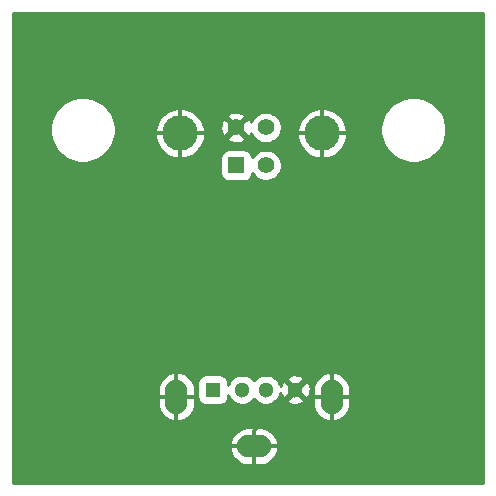
<source format=gbr>
G04 #@! TF.GenerationSoftware,KiCad,Pcbnew,(5.1.4)-1*
G04 #@! TF.CreationDate,2021-04-10T18:28:28-07:00*
G04 #@! TF.ProjectId,front-panel,66726f6e-742d-4706-916e-656c2e6b6963,rev?*
G04 #@! TF.SameCoordinates,Original*
G04 #@! TF.FileFunction,Copper,L2,Bot*
G04 #@! TF.FilePolarity,Positive*
%FSLAX46Y46*%
G04 Gerber Fmt 4.6, Leading zero omitted, Abs format (unit mm)*
G04 Created by KiCad (PCBNEW (5.1.4)-1) date 2021-04-10 18:28:28*
%MOMM*%
%LPD*%
G04 APERTURE LIST*
%ADD10O,2.900000X1.900000*%
%ADD11O,1.900000X2.900000*%
%ADD12C,1.300000*%
%ADD13R,1.300000X1.300000*%
%ADD14C,1.400000*%
%ADD15C,3.000000*%
%ADD16R,1.400000X1.400000*%
%ADD17C,0.375000*%
%ADD18C,0.254000*%
G04 APERTURE END LIST*
D10*
X100500000Y-106780000D03*
D11*
X107070000Y-102600000D03*
X93930000Y-102600000D03*
D12*
X104000000Y-102000000D03*
X101500000Y-102000000D03*
X99500000Y-102000000D03*
D13*
X97000000Y-102000000D03*
D14*
X101500000Y-83000000D03*
D15*
X106270000Y-80290000D03*
D16*
X99000000Y-83000000D03*
D14*
X101500000Y-79800000D03*
X99000000Y-79800000D03*
D15*
X94230000Y-80290000D03*
D17*
X106270000Y-80290000D02*
X106270000Y-82730000D01*
X106270000Y-80290000D02*
X108710000Y-80290000D01*
X106270000Y-78168680D02*
X106000000Y-77898680D01*
X106270000Y-80290000D02*
X106270000Y-78168680D01*
X104148680Y-80290000D02*
X104000000Y-80141320D01*
X106270000Y-80290000D02*
X104148680Y-80290000D01*
X94230000Y-80290000D02*
X94230000Y-82770000D01*
X92108680Y-80290000D02*
X92000000Y-80181320D01*
X94230000Y-80290000D02*
X92108680Y-80290000D01*
X94230000Y-78168680D02*
X94061320Y-78000000D01*
X94230000Y-80290000D02*
X94230000Y-78168680D01*
X94230000Y-80290000D02*
X96710000Y-80290000D01*
X107070000Y-102600000D02*
X109600000Y-102600000D01*
X107070000Y-100775000D02*
X107000000Y-100705000D01*
X107070000Y-102600000D02*
X107070000Y-100775000D01*
X107070000Y-102600000D02*
X105400000Y-102600000D01*
X107070000Y-102600000D02*
X107070000Y-105930000D01*
X100500000Y-106780000D02*
X102780000Y-106780000D01*
X100500000Y-106780000D02*
X100500000Y-108500000D01*
X100500000Y-106780000D02*
X97220000Y-106780000D01*
X100500000Y-105455000D02*
X101000000Y-104955000D01*
X100500000Y-106780000D02*
X100500000Y-105455000D01*
X93930000Y-102600000D02*
X93930000Y-105930000D01*
X93930000Y-102600000D02*
X95600000Y-102600000D01*
X93930000Y-102600000D02*
X93930000Y-100070000D01*
X93930000Y-102600000D02*
X91400000Y-102600000D01*
D18*
G36*
X119873000Y-109873000D02*
G01*
X80127000Y-109873000D01*
X80127000Y-106780000D01*
X98407331Y-106780000D01*
X98437934Y-107090714D01*
X98528566Y-107389488D01*
X98675744Y-107664839D01*
X98873813Y-107906187D01*
X99115161Y-108104256D01*
X99390512Y-108251434D01*
X99689286Y-108342066D01*
X99922136Y-108365000D01*
X101077864Y-108365000D01*
X101310714Y-108342066D01*
X101609488Y-108251434D01*
X101884839Y-108104256D01*
X102126187Y-107906187D01*
X102324256Y-107664839D01*
X102471434Y-107389488D01*
X102562066Y-107090714D01*
X102592669Y-106780000D01*
X102562066Y-106469286D01*
X102471434Y-106170512D01*
X102324256Y-105895161D01*
X102126187Y-105653813D01*
X101884839Y-105455744D01*
X101609488Y-105308566D01*
X101310714Y-105217934D01*
X101077864Y-105195000D01*
X99922136Y-105195000D01*
X99689286Y-105217934D01*
X99390512Y-105308566D01*
X99115161Y-105455744D01*
X98873813Y-105653813D01*
X98675744Y-105895161D01*
X98528566Y-106170512D01*
X98437934Y-106469286D01*
X98407331Y-106780000D01*
X80127000Y-106780000D01*
X80127000Y-102022136D01*
X92345000Y-102022136D01*
X92345000Y-103177863D01*
X92367934Y-103410713D01*
X92458566Y-103709487D01*
X92605744Y-103984838D01*
X92803813Y-104226187D01*
X93045161Y-104424256D01*
X93320512Y-104571434D01*
X93619286Y-104662066D01*
X93930000Y-104692669D01*
X94240713Y-104662066D01*
X94539487Y-104571434D01*
X94814838Y-104424256D01*
X95056187Y-104226187D01*
X95254256Y-103984839D01*
X95401434Y-103709488D01*
X95492066Y-103410714D01*
X95515000Y-103177864D01*
X95515000Y-102022136D01*
X95492066Y-101789286D01*
X95401434Y-101490512D01*
X95326329Y-101350000D01*
X95711928Y-101350000D01*
X95711928Y-102650000D01*
X95724188Y-102774482D01*
X95760498Y-102894180D01*
X95819463Y-103004494D01*
X95898815Y-103101185D01*
X95995506Y-103180537D01*
X96105820Y-103239502D01*
X96225518Y-103275812D01*
X96350000Y-103288072D01*
X97650000Y-103288072D01*
X97774482Y-103275812D01*
X97894180Y-103239502D01*
X98004494Y-103180537D01*
X98101185Y-103101185D01*
X98180537Y-103004494D01*
X98239502Y-102894180D01*
X98275812Y-102774482D01*
X98288072Y-102650000D01*
X98288072Y-102432016D01*
X98361247Y-102608676D01*
X98501875Y-102819140D01*
X98680860Y-102998125D01*
X98891324Y-103138753D01*
X99125179Y-103235619D01*
X99373439Y-103285000D01*
X99626561Y-103285000D01*
X99874821Y-103235619D01*
X100108676Y-103138753D01*
X100319140Y-102998125D01*
X100498125Y-102819140D01*
X100500000Y-102816334D01*
X100501875Y-102819140D01*
X100680860Y-102998125D01*
X100891324Y-103138753D01*
X101125179Y-103235619D01*
X101373439Y-103285000D01*
X101626561Y-103285000D01*
X101874821Y-103235619D01*
X102108676Y-103138753D01*
X102319140Y-102998125D01*
X102431738Y-102885527D01*
X103294078Y-102885527D01*
X103347466Y-103114201D01*
X103577374Y-103220095D01*
X103823524Y-103279102D01*
X104076455Y-103288952D01*
X104326449Y-103249270D01*
X104563896Y-103161578D01*
X104652534Y-103114201D01*
X104705922Y-102885527D01*
X104000000Y-102179605D01*
X103294078Y-102885527D01*
X102431738Y-102885527D01*
X102498125Y-102819140D01*
X102638753Y-102608676D01*
X102735619Y-102374821D01*
X102748294Y-102311100D01*
X102750730Y-102326449D01*
X102838422Y-102563896D01*
X102885799Y-102652534D01*
X103114473Y-102705922D01*
X103820395Y-102000000D01*
X104179605Y-102000000D01*
X104885527Y-102705922D01*
X105114201Y-102652534D01*
X105220095Y-102422626D01*
X105279102Y-102176476D01*
X105285112Y-102022137D01*
X105485000Y-102022137D01*
X105485000Y-103177864D01*
X105507934Y-103410714D01*
X105598566Y-103709488D01*
X105745744Y-103984839D01*
X105943814Y-104226187D01*
X106185162Y-104424256D01*
X106460513Y-104571434D01*
X106759287Y-104662066D01*
X107070000Y-104692669D01*
X107380714Y-104662066D01*
X107679488Y-104571434D01*
X107954839Y-104424256D01*
X108196187Y-104226187D01*
X108394256Y-103984839D01*
X108541434Y-103709488D01*
X108632066Y-103410714D01*
X108655000Y-103177864D01*
X108655000Y-102022136D01*
X108632066Y-101789286D01*
X108541434Y-101490512D01*
X108394256Y-101215161D01*
X108196187Y-100973813D01*
X107954838Y-100775744D01*
X107679487Y-100628566D01*
X107380713Y-100537934D01*
X107070000Y-100507331D01*
X106759286Y-100537934D01*
X106460512Y-100628566D01*
X106185161Y-100775744D01*
X105943813Y-100973813D01*
X105745744Y-101215162D01*
X105598566Y-101490513D01*
X105507934Y-101789287D01*
X105485000Y-102022137D01*
X105285112Y-102022137D01*
X105288952Y-101923545D01*
X105249270Y-101673551D01*
X105161578Y-101436104D01*
X105114201Y-101347466D01*
X104885527Y-101294078D01*
X104179605Y-102000000D01*
X103820395Y-102000000D01*
X103114473Y-101294078D01*
X102885799Y-101347466D01*
X102779905Y-101577374D01*
X102750505Y-101700017D01*
X102735619Y-101625179D01*
X102638753Y-101391324D01*
X102498125Y-101180860D01*
X102431738Y-101114473D01*
X103294078Y-101114473D01*
X104000000Y-101820395D01*
X104705922Y-101114473D01*
X104652534Y-100885799D01*
X104422626Y-100779905D01*
X104176476Y-100720898D01*
X103923545Y-100711048D01*
X103673551Y-100750730D01*
X103436104Y-100838422D01*
X103347466Y-100885799D01*
X103294078Y-101114473D01*
X102431738Y-101114473D01*
X102319140Y-101001875D01*
X102108676Y-100861247D01*
X101874821Y-100764381D01*
X101626561Y-100715000D01*
X101373439Y-100715000D01*
X101125179Y-100764381D01*
X100891324Y-100861247D01*
X100680860Y-101001875D01*
X100501875Y-101180860D01*
X100500000Y-101183666D01*
X100498125Y-101180860D01*
X100319140Y-101001875D01*
X100108676Y-100861247D01*
X99874821Y-100764381D01*
X99626561Y-100715000D01*
X99373439Y-100715000D01*
X99125179Y-100764381D01*
X98891324Y-100861247D01*
X98680860Y-101001875D01*
X98501875Y-101180860D01*
X98361247Y-101391324D01*
X98288072Y-101567984D01*
X98288072Y-101350000D01*
X98275812Y-101225518D01*
X98239502Y-101105820D01*
X98180537Y-100995506D01*
X98101185Y-100898815D01*
X98004494Y-100819463D01*
X97894180Y-100760498D01*
X97774482Y-100724188D01*
X97650000Y-100711928D01*
X96350000Y-100711928D01*
X96225518Y-100724188D01*
X96105820Y-100760498D01*
X95995506Y-100819463D01*
X95898815Y-100898815D01*
X95819463Y-100995506D01*
X95760498Y-101105820D01*
X95724188Y-101225518D01*
X95711928Y-101350000D01*
X95326329Y-101350000D01*
X95254256Y-101215161D01*
X95056187Y-100973813D01*
X94814839Y-100775744D01*
X94539488Y-100628566D01*
X94240714Y-100537934D01*
X93930000Y-100507331D01*
X93619287Y-100537934D01*
X93320513Y-100628566D01*
X93045162Y-100775744D01*
X92803814Y-100973813D01*
X92605744Y-101215161D01*
X92458566Y-101490512D01*
X92367934Y-101789286D01*
X92345000Y-102022136D01*
X80127000Y-102022136D01*
X80127000Y-79725701D01*
X83215000Y-79725701D01*
X83215000Y-80274299D01*
X83322026Y-80812354D01*
X83531965Y-81319192D01*
X83836750Y-81775334D01*
X84224666Y-82163250D01*
X84680808Y-82468035D01*
X85187646Y-82677974D01*
X85725701Y-82785000D01*
X86274299Y-82785000D01*
X86812354Y-82677974D01*
X87319192Y-82468035D01*
X87775334Y-82163250D01*
X88163250Y-81775334D01*
X88468035Y-81319192D01*
X88677974Y-80812354D01*
X88785000Y-80274299D01*
X88785000Y-80079721D01*
X92095000Y-80079721D01*
X92095000Y-80500279D01*
X92177047Y-80912756D01*
X92337988Y-81301302D01*
X92571637Y-81650983D01*
X92869017Y-81948363D01*
X93218698Y-82182012D01*
X93607244Y-82342953D01*
X94019721Y-82425000D01*
X94440279Y-82425000D01*
X94852756Y-82342953D01*
X94956453Y-82300000D01*
X97661928Y-82300000D01*
X97661928Y-83700000D01*
X97674188Y-83824482D01*
X97710498Y-83944180D01*
X97769463Y-84054494D01*
X97848815Y-84151185D01*
X97945506Y-84230537D01*
X98055820Y-84289502D01*
X98175518Y-84325812D01*
X98300000Y-84338072D01*
X99700000Y-84338072D01*
X99824482Y-84325812D01*
X99944180Y-84289502D01*
X100054494Y-84230537D01*
X100151185Y-84151185D01*
X100230537Y-84054494D01*
X100289502Y-83944180D01*
X100325812Y-83824482D01*
X100338072Y-83700000D01*
X100338072Y-83663987D01*
X100463038Y-83851013D01*
X100648987Y-84036962D01*
X100867641Y-84183061D01*
X101110595Y-84283696D01*
X101368514Y-84335000D01*
X101631486Y-84335000D01*
X101889405Y-84283696D01*
X102132359Y-84183061D01*
X102351013Y-84036962D01*
X102536962Y-83851013D01*
X102683061Y-83632359D01*
X102783696Y-83389405D01*
X102835000Y-83131486D01*
X102835000Y-82868514D01*
X102783696Y-82610595D01*
X102683061Y-82367641D01*
X102536962Y-82148987D01*
X102351013Y-81963038D01*
X102132359Y-81816939D01*
X101889405Y-81716304D01*
X101631486Y-81665000D01*
X101368514Y-81665000D01*
X101110595Y-81716304D01*
X100867641Y-81816939D01*
X100648987Y-81963038D01*
X100463038Y-82148987D01*
X100338072Y-82336013D01*
X100338072Y-82300000D01*
X100325812Y-82175518D01*
X100289502Y-82055820D01*
X100230537Y-81945506D01*
X100151185Y-81848815D01*
X100054494Y-81769463D01*
X99944180Y-81710498D01*
X99824482Y-81674188D01*
X99700000Y-81661928D01*
X98300000Y-81661928D01*
X98175518Y-81674188D01*
X98055820Y-81710498D01*
X97945506Y-81769463D01*
X97848815Y-81848815D01*
X97769463Y-81945506D01*
X97710498Y-82055820D01*
X97674188Y-82175518D01*
X97661928Y-82300000D01*
X94956453Y-82300000D01*
X95241302Y-82182012D01*
X95590983Y-81948363D01*
X95888363Y-81650983D01*
X96122012Y-81301302D01*
X96282953Y-80912756D01*
X96321042Y-80721269D01*
X98258336Y-80721269D01*
X98317797Y-80955037D01*
X98556242Y-81065934D01*
X98811740Y-81128183D01*
X99074473Y-81139390D01*
X99334344Y-81099125D01*
X99581366Y-81008935D01*
X99682203Y-80955037D01*
X99741664Y-80721269D01*
X99000000Y-79979605D01*
X98258336Y-80721269D01*
X96321042Y-80721269D01*
X96365000Y-80500279D01*
X96365000Y-80079721D01*
X96324174Y-79874473D01*
X97660610Y-79874473D01*
X97700875Y-80134344D01*
X97791065Y-80381366D01*
X97844963Y-80482203D01*
X98078731Y-80541664D01*
X98820395Y-79800000D01*
X99179605Y-79800000D01*
X99921269Y-80541664D01*
X100155037Y-80482203D01*
X100251592Y-80274596D01*
X100316939Y-80432359D01*
X100463038Y-80651013D01*
X100648987Y-80836962D01*
X100867641Y-80983061D01*
X101110595Y-81083696D01*
X101368514Y-81135000D01*
X101631486Y-81135000D01*
X101889405Y-81083696D01*
X102132359Y-80983061D01*
X102351013Y-80836962D01*
X102536962Y-80651013D01*
X102683061Y-80432359D01*
X102783696Y-80189405D01*
X102805513Y-80079721D01*
X104135000Y-80079721D01*
X104135000Y-80500279D01*
X104217047Y-80912756D01*
X104377988Y-81301302D01*
X104611637Y-81650983D01*
X104909017Y-81948363D01*
X105258698Y-82182012D01*
X105647244Y-82342953D01*
X106059721Y-82425000D01*
X106480279Y-82425000D01*
X106892756Y-82342953D01*
X107281302Y-82182012D01*
X107630983Y-81948363D01*
X107928363Y-81650983D01*
X108162012Y-81301302D01*
X108322953Y-80912756D01*
X108405000Y-80500279D01*
X108405000Y-80079721D01*
X108334581Y-79725701D01*
X111215000Y-79725701D01*
X111215000Y-80274299D01*
X111322026Y-80812354D01*
X111531965Y-81319192D01*
X111836750Y-81775334D01*
X112224666Y-82163250D01*
X112680808Y-82468035D01*
X113187646Y-82677974D01*
X113725701Y-82785000D01*
X114274299Y-82785000D01*
X114812354Y-82677974D01*
X115319192Y-82468035D01*
X115775334Y-82163250D01*
X116163250Y-81775334D01*
X116468035Y-81319192D01*
X116677974Y-80812354D01*
X116785000Y-80274299D01*
X116785000Y-79725701D01*
X116677974Y-79187646D01*
X116468035Y-78680808D01*
X116163250Y-78224666D01*
X115775334Y-77836750D01*
X115319192Y-77531965D01*
X114812354Y-77322026D01*
X114274299Y-77215000D01*
X113725701Y-77215000D01*
X113187646Y-77322026D01*
X112680808Y-77531965D01*
X112224666Y-77836750D01*
X111836750Y-78224666D01*
X111531965Y-78680808D01*
X111322026Y-79187646D01*
X111215000Y-79725701D01*
X108334581Y-79725701D01*
X108322953Y-79667244D01*
X108162012Y-79278698D01*
X107928363Y-78929017D01*
X107630983Y-78631637D01*
X107281302Y-78397988D01*
X106892756Y-78237047D01*
X106480279Y-78155000D01*
X106059721Y-78155000D01*
X105647244Y-78237047D01*
X105258698Y-78397988D01*
X104909017Y-78631637D01*
X104611637Y-78929017D01*
X104377988Y-79278698D01*
X104217047Y-79667244D01*
X104135000Y-80079721D01*
X102805513Y-80079721D01*
X102835000Y-79931486D01*
X102835000Y-79668514D01*
X102783696Y-79410595D01*
X102683061Y-79167641D01*
X102536962Y-78948987D01*
X102351013Y-78763038D01*
X102132359Y-78616939D01*
X101889405Y-78516304D01*
X101631486Y-78465000D01*
X101368514Y-78465000D01*
X101110595Y-78516304D01*
X100867641Y-78616939D01*
X100648987Y-78763038D01*
X100463038Y-78948987D01*
X100316939Y-79167641D01*
X100249639Y-79330118D01*
X100208935Y-79218634D01*
X100155037Y-79117797D01*
X99921269Y-79058336D01*
X99179605Y-79800000D01*
X98820395Y-79800000D01*
X98078731Y-79058336D01*
X97844963Y-79117797D01*
X97734066Y-79356242D01*
X97671817Y-79611740D01*
X97660610Y-79874473D01*
X96324174Y-79874473D01*
X96282953Y-79667244D01*
X96122012Y-79278698D01*
X95888363Y-78929017D01*
X95838077Y-78878731D01*
X98258336Y-78878731D01*
X99000000Y-79620395D01*
X99741664Y-78878731D01*
X99682203Y-78644963D01*
X99443758Y-78534066D01*
X99188260Y-78471817D01*
X98925527Y-78460610D01*
X98665656Y-78500875D01*
X98418634Y-78591065D01*
X98317797Y-78644963D01*
X98258336Y-78878731D01*
X95838077Y-78878731D01*
X95590983Y-78631637D01*
X95241302Y-78397988D01*
X94852756Y-78237047D01*
X94440279Y-78155000D01*
X94019721Y-78155000D01*
X93607244Y-78237047D01*
X93218698Y-78397988D01*
X92869017Y-78631637D01*
X92571637Y-78929017D01*
X92337988Y-79278698D01*
X92177047Y-79667244D01*
X92095000Y-80079721D01*
X88785000Y-80079721D01*
X88785000Y-79725701D01*
X88677974Y-79187646D01*
X88468035Y-78680808D01*
X88163250Y-78224666D01*
X87775334Y-77836750D01*
X87319192Y-77531965D01*
X86812354Y-77322026D01*
X86274299Y-77215000D01*
X85725701Y-77215000D01*
X85187646Y-77322026D01*
X84680808Y-77531965D01*
X84224666Y-77836750D01*
X83836750Y-78224666D01*
X83531965Y-78680808D01*
X83322026Y-79187646D01*
X83215000Y-79725701D01*
X80127000Y-79725701D01*
X80127000Y-70127000D01*
X119873000Y-70127000D01*
X119873000Y-109873000D01*
X119873000Y-109873000D01*
G37*
X119873000Y-109873000D02*
X80127000Y-109873000D01*
X80127000Y-106780000D01*
X98407331Y-106780000D01*
X98437934Y-107090714D01*
X98528566Y-107389488D01*
X98675744Y-107664839D01*
X98873813Y-107906187D01*
X99115161Y-108104256D01*
X99390512Y-108251434D01*
X99689286Y-108342066D01*
X99922136Y-108365000D01*
X101077864Y-108365000D01*
X101310714Y-108342066D01*
X101609488Y-108251434D01*
X101884839Y-108104256D01*
X102126187Y-107906187D01*
X102324256Y-107664839D01*
X102471434Y-107389488D01*
X102562066Y-107090714D01*
X102592669Y-106780000D01*
X102562066Y-106469286D01*
X102471434Y-106170512D01*
X102324256Y-105895161D01*
X102126187Y-105653813D01*
X101884839Y-105455744D01*
X101609488Y-105308566D01*
X101310714Y-105217934D01*
X101077864Y-105195000D01*
X99922136Y-105195000D01*
X99689286Y-105217934D01*
X99390512Y-105308566D01*
X99115161Y-105455744D01*
X98873813Y-105653813D01*
X98675744Y-105895161D01*
X98528566Y-106170512D01*
X98437934Y-106469286D01*
X98407331Y-106780000D01*
X80127000Y-106780000D01*
X80127000Y-102022136D01*
X92345000Y-102022136D01*
X92345000Y-103177863D01*
X92367934Y-103410713D01*
X92458566Y-103709487D01*
X92605744Y-103984838D01*
X92803813Y-104226187D01*
X93045161Y-104424256D01*
X93320512Y-104571434D01*
X93619286Y-104662066D01*
X93930000Y-104692669D01*
X94240713Y-104662066D01*
X94539487Y-104571434D01*
X94814838Y-104424256D01*
X95056187Y-104226187D01*
X95254256Y-103984839D01*
X95401434Y-103709488D01*
X95492066Y-103410714D01*
X95515000Y-103177864D01*
X95515000Y-102022136D01*
X95492066Y-101789286D01*
X95401434Y-101490512D01*
X95326329Y-101350000D01*
X95711928Y-101350000D01*
X95711928Y-102650000D01*
X95724188Y-102774482D01*
X95760498Y-102894180D01*
X95819463Y-103004494D01*
X95898815Y-103101185D01*
X95995506Y-103180537D01*
X96105820Y-103239502D01*
X96225518Y-103275812D01*
X96350000Y-103288072D01*
X97650000Y-103288072D01*
X97774482Y-103275812D01*
X97894180Y-103239502D01*
X98004494Y-103180537D01*
X98101185Y-103101185D01*
X98180537Y-103004494D01*
X98239502Y-102894180D01*
X98275812Y-102774482D01*
X98288072Y-102650000D01*
X98288072Y-102432016D01*
X98361247Y-102608676D01*
X98501875Y-102819140D01*
X98680860Y-102998125D01*
X98891324Y-103138753D01*
X99125179Y-103235619D01*
X99373439Y-103285000D01*
X99626561Y-103285000D01*
X99874821Y-103235619D01*
X100108676Y-103138753D01*
X100319140Y-102998125D01*
X100498125Y-102819140D01*
X100500000Y-102816334D01*
X100501875Y-102819140D01*
X100680860Y-102998125D01*
X100891324Y-103138753D01*
X101125179Y-103235619D01*
X101373439Y-103285000D01*
X101626561Y-103285000D01*
X101874821Y-103235619D01*
X102108676Y-103138753D01*
X102319140Y-102998125D01*
X102431738Y-102885527D01*
X103294078Y-102885527D01*
X103347466Y-103114201D01*
X103577374Y-103220095D01*
X103823524Y-103279102D01*
X104076455Y-103288952D01*
X104326449Y-103249270D01*
X104563896Y-103161578D01*
X104652534Y-103114201D01*
X104705922Y-102885527D01*
X104000000Y-102179605D01*
X103294078Y-102885527D01*
X102431738Y-102885527D01*
X102498125Y-102819140D01*
X102638753Y-102608676D01*
X102735619Y-102374821D01*
X102748294Y-102311100D01*
X102750730Y-102326449D01*
X102838422Y-102563896D01*
X102885799Y-102652534D01*
X103114473Y-102705922D01*
X103820395Y-102000000D01*
X104179605Y-102000000D01*
X104885527Y-102705922D01*
X105114201Y-102652534D01*
X105220095Y-102422626D01*
X105279102Y-102176476D01*
X105285112Y-102022137D01*
X105485000Y-102022137D01*
X105485000Y-103177864D01*
X105507934Y-103410714D01*
X105598566Y-103709488D01*
X105745744Y-103984839D01*
X105943814Y-104226187D01*
X106185162Y-104424256D01*
X106460513Y-104571434D01*
X106759287Y-104662066D01*
X107070000Y-104692669D01*
X107380714Y-104662066D01*
X107679488Y-104571434D01*
X107954839Y-104424256D01*
X108196187Y-104226187D01*
X108394256Y-103984839D01*
X108541434Y-103709488D01*
X108632066Y-103410714D01*
X108655000Y-103177864D01*
X108655000Y-102022136D01*
X108632066Y-101789286D01*
X108541434Y-101490512D01*
X108394256Y-101215161D01*
X108196187Y-100973813D01*
X107954838Y-100775744D01*
X107679487Y-100628566D01*
X107380713Y-100537934D01*
X107070000Y-100507331D01*
X106759286Y-100537934D01*
X106460512Y-100628566D01*
X106185161Y-100775744D01*
X105943813Y-100973813D01*
X105745744Y-101215162D01*
X105598566Y-101490513D01*
X105507934Y-101789287D01*
X105485000Y-102022137D01*
X105285112Y-102022137D01*
X105288952Y-101923545D01*
X105249270Y-101673551D01*
X105161578Y-101436104D01*
X105114201Y-101347466D01*
X104885527Y-101294078D01*
X104179605Y-102000000D01*
X103820395Y-102000000D01*
X103114473Y-101294078D01*
X102885799Y-101347466D01*
X102779905Y-101577374D01*
X102750505Y-101700017D01*
X102735619Y-101625179D01*
X102638753Y-101391324D01*
X102498125Y-101180860D01*
X102431738Y-101114473D01*
X103294078Y-101114473D01*
X104000000Y-101820395D01*
X104705922Y-101114473D01*
X104652534Y-100885799D01*
X104422626Y-100779905D01*
X104176476Y-100720898D01*
X103923545Y-100711048D01*
X103673551Y-100750730D01*
X103436104Y-100838422D01*
X103347466Y-100885799D01*
X103294078Y-101114473D01*
X102431738Y-101114473D01*
X102319140Y-101001875D01*
X102108676Y-100861247D01*
X101874821Y-100764381D01*
X101626561Y-100715000D01*
X101373439Y-100715000D01*
X101125179Y-100764381D01*
X100891324Y-100861247D01*
X100680860Y-101001875D01*
X100501875Y-101180860D01*
X100500000Y-101183666D01*
X100498125Y-101180860D01*
X100319140Y-101001875D01*
X100108676Y-100861247D01*
X99874821Y-100764381D01*
X99626561Y-100715000D01*
X99373439Y-100715000D01*
X99125179Y-100764381D01*
X98891324Y-100861247D01*
X98680860Y-101001875D01*
X98501875Y-101180860D01*
X98361247Y-101391324D01*
X98288072Y-101567984D01*
X98288072Y-101350000D01*
X98275812Y-101225518D01*
X98239502Y-101105820D01*
X98180537Y-100995506D01*
X98101185Y-100898815D01*
X98004494Y-100819463D01*
X97894180Y-100760498D01*
X97774482Y-100724188D01*
X97650000Y-100711928D01*
X96350000Y-100711928D01*
X96225518Y-100724188D01*
X96105820Y-100760498D01*
X95995506Y-100819463D01*
X95898815Y-100898815D01*
X95819463Y-100995506D01*
X95760498Y-101105820D01*
X95724188Y-101225518D01*
X95711928Y-101350000D01*
X95326329Y-101350000D01*
X95254256Y-101215161D01*
X95056187Y-100973813D01*
X94814839Y-100775744D01*
X94539488Y-100628566D01*
X94240714Y-100537934D01*
X93930000Y-100507331D01*
X93619287Y-100537934D01*
X93320513Y-100628566D01*
X93045162Y-100775744D01*
X92803814Y-100973813D01*
X92605744Y-101215161D01*
X92458566Y-101490512D01*
X92367934Y-101789286D01*
X92345000Y-102022136D01*
X80127000Y-102022136D01*
X80127000Y-79725701D01*
X83215000Y-79725701D01*
X83215000Y-80274299D01*
X83322026Y-80812354D01*
X83531965Y-81319192D01*
X83836750Y-81775334D01*
X84224666Y-82163250D01*
X84680808Y-82468035D01*
X85187646Y-82677974D01*
X85725701Y-82785000D01*
X86274299Y-82785000D01*
X86812354Y-82677974D01*
X87319192Y-82468035D01*
X87775334Y-82163250D01*
X88163250Y-81775334D01*
X88468035Y-81319192D01*
X88677974Y-80812354D01*
X88785000Y-80274299D01*
X88785000Y-80079721D01*
X92095000Y-80079721D01*
X92095000Y-80500279D01*
X92177047Y-80912756D01*
X92337988Y-81301302D01*
X92571637Y-81650983D01*
X92869017Y-81948363D01*
X93218698Y-82182012D01*
X93607244Y-82342953D01*
X94019721Y-82425000D01*
X94440279Y-82425000D01*
X94852756Y-82342953D01*
X94956453Y-82300000D01*
X97661928Y-82300000D01*
X97661928Y-83700000D01*
X97674188Y-83824482D01*
X97710498Y-83944180D01*
X97769463Y-84054494D01*
X97848815Y-84151185D01*
X97945506Y-84230537D01*
X98055820Y-84289502D01*
X98175518Y-84325812D01*
X98300000Y-84338072D01*
X99700000Y-84338072D01*
X99824482Y-84325812D01*
X99944180Y-84289502D01*
X100054494Y-84230537D01*
X100151185Y-84151185D01*
X100230537Y-84054494D01*
X100289502Y-83944180D01*
X100325812Y-83824482D01*
X100338072Y-83700000D01*
X100338072Y-83663987D01*
X100463038Y-83851013D01*
X100648987Y-84036962D01*
X100867641Y-84183061D01*
X101110595Y-84283696D01*
X101368514Y-84335000D01*
X101631486Y-84335000D01*
X101889405Y-84283696D01*
X102132359Y-84183061D01*
X102351013Y-84036962D01*
X102536962Y-83851013D01*
X102683061Y-83632359D01*
X102783696Y-83389405D01*
X102835000Y-83131486D01*
X102835000Y-82868514D01*
X102783696Y-82610595D01*
X102683061Y-82367641D01*
X102536962Y-82148987D01*
X102351013Y-81963038D01*
X102132359Y-81816939D01*
X101889405Y-81716304D01*
X101631486Y-81665000D01*
X101368514Y-81665000D01*
X101110595Y-81716304D01*
X100867641Y-81816939D01*
X100648987Y-81963038D01*
X100463038Y-82148987D01*
X100338072Y-82336013D01*
X100338072Y-82300000D01*
X100325812Y-82175518D01*
X100289502Y-82055820D01*
X100230537Y-81945506D01*
X100151185Y-81848815D01*
X100054494Y-81769463D01*
X99944180Y-81710498D01*
X99824482Y-81674188D01*
X99700000Y-81661928D01*
X98300000Y-81661928D01*
X98175518Y-81674188D01*
X98055820Y-81710498D01*
X97945506Y-81769463D01*
X97848815Y-81848815D01*
X97769463Y-81945506D01*
X97710498Y-82055820D01*
X97674188Y-82175518D01*
X97661928Y-82300000D01*
X94956453Y-82300000D01*
X95241302Y-82182012D01*
X95590983Y-81948363D01*
X95888363Y-81650983D01*
X96122012Y-81301302D01*
X96282953Y-80912756D01*
X96321042Y-80721269D01*
X98258336Y-80721269D01*
X98317797Y-80955037D01*
X98556242Y-81065934D01*
X98811740Y-81128183D01*
X99074473Y-81139390D01*
X99334344Y-81099125D01*
X99581366Y-81008935D01*
X99682203Y-80955037D01*
X99741664Y-80721269D01*
X99000000Y-79979605D01*
X98258336Y-80721269D01*
X96321042Y-80721269D01*
X96365000Y-80500279D01*
X96365000Y-80079721D01*
X96324174Y-79874473D01*
X97660610Y-79874473D01*
X97700875Y-80134344D01*
X97791065Y-80381366D01*
X97844963Y-80482203D01*
X98078731Y-80541664D01*
X98820395Y-79800000D01*
X99179605Y-79800000D01*
X99921269Y-80541664D01*
X100155037Y-80482203D01*
X100251592Y-80274596D01*
X100316939Y-80432359D01*
X100463038Y-80651013D01*
X100648987Y-80836962D01*
X100867641Y-80983061D01*
X101110595Y-81083696D01*
X101368514Y-81135000D01*
X101631486Y-81135000D01*
X101889405Y-81083696D01*
X102132359Y-80983061D01*
X102351013Y-80836962D01*
X102536962Y-80651013D01*
X102683061Y-80432359D01*
X102783696Y-80189405D01*
X102805513Y-80079721D01*
X104135000Y-80079721D01*
X104135000Y-80500279D01*
X104217047Y-80912756D01*
X104377988Y-81301302D01*
X104611637Y-81650983D01*
X104909017Y-81948363D01*
X105258698Y-82182012D01*
X105647244Y-82342953D01*
X106059721Y-82425000D01*
X106480279Y-82425000D01*
X106892756Y-82342953D01*
X107281302Y-82182012D01*
X107630983Y-81948363D01*
X107928363Y-81650983D01*
X108162012Y-81301302D01*
X108322953Y-80912756D01*
X108405000Y-80500279D01*
X108405000Y-80079721D01*
X108334581Y-79725701D01*
X111215000Y-79725701D01*
X111215000Y-80274299D01*
X111322026Y-80812354D01*
X111531965Y-81319192D01*
X111836750Y-81775334D01*
X112224666Y-82163250D01*
X112680808Y-82468035D01*
X113187646Y-82677974D01*
X113725701Y-82785000D01*
X114274299Y-82785000D01*
X114812354Y-82677974D01*
X115319192Y-82468035D01*
X115775334Y-82163250D01*
X116163250Y-81775334D01*
X116468035Y-81319192D01*
X116677974Y-80812354D01*
X116785000Y-80274299D01*
X116785000Y-79725701D01*
X116677974Y-79187646D01*
X116468035Y-78680808D01*
X116163250Y-78224666D01*
X115775334Y-77836750D01*
X115319192Y-77531965D01*
X114812354Y-77322026D01*
X114274299Y-77215000D01*
X113725701Y-77215000D01*
X113187646Y-77322026D01*
X112680808Y-77531965D01*
X112224666Y-77836750D01*
X111836750Y-78224666D01*
X111531965Y-78680808D01*
X111322026Y-79187646D01*
X111215000Y-79725701D01*
X108334581Y-79725701D01*
X108322953Y-79667244D01*
X108162012Y-79278698D01*
X107928363Y-78929017D01*
X107630983Y-78631637D01*
X107281302Y-78397988D01*
X106892756Y-78237047D01*
X106480279Y-78155000D01*
X106059721Y-78155000D01*
X105647244Y-78237047D01*
X105258698Y-78397988D01*
X104909017Y-78631637D01*
X104611637Y-78929017D01*
X104377988Y-79278698D01*
X104217047Y-79667244D01*
X104135000Y-80079721D01*
X102805513Y-80079721D01*
X102835000Y-79931486D01*
X102835000Y-79668514D01*
X102783696Y-79410595D01*
X102683061Y-79167641D01*
X102536962Y-78948987D01*
X102351013Y-78763038D01*
X102132359Y-78616939D01*
X101889405Y-78516304D01*
X101631486Y-78465000D01*
X101368514Y-78465000D01*
X101110595Y-78516304D01*
X100867641Y-78616939D01*
X100648987Y-78763038D01*
X100463038Y-78948987D01*
X100316939Y-79167641D01*
X100249639Y-79330118D01*
X100208935Y-79218634D01*
X100155037Y-79117797D01*
X99921269Y-79058336D01*
X99179605Y-79800000D01*
X98820395Y-79800000D01*
X98078731Y-79058336D01*
X97844963Y-79117797D01*
X97734066Y-79356242D01*
X97671817Y-79611740D01*
X97660610Y-79874473D01*
X96324174Y-79874473D01*
X96282953Y-79667244D01*
X96122012Y-79278698D01*
X95888363Y-78929017D01*
X95838077Y-78878731D01*
X98258336Y-78878731D01*
X99000000Y-79620395D01*
X99741664Y-78878731D01*
X99682203Y-78644963D01*
X99443758Y-78534066D01*
X99188260Y-78471817D01*
X98925527Y-78460610D01*
X98665656Y-78500875D01*
X98418634Y-78591065D01*
X98317797Y-78644963D01*
X98258336Y-78878731D01*
X95838077Y-78878731D01*
X95590983Y-78631637D01*
X95241302Y-78397988D01*
X94852756Y-78237047D01*
X94440279Y-78155000D01*
X94019721Y-78155000D01*
X93607244Y-78237047D01*
X93218698Y-78397988D01*
X92869017Y-78631637D01*
X92571637Y-78929017D01*
X92337988Y-79278698D01*
X92177047Y-79667244D01*
X92095000Y-80079721D01*
X88785000Y-80079721D01*
X88785000Y-79725701D01*
X88677974Y-79187646D01*
X88468035Y-78680808D01*
X88163250Y-78224666D01*
X87775334Y-77836750D01*
X87319192Y-77531965D01*
X86812354Y-77322026D01*
X86274299Y-77215000D01*
X85725701Y-77215000D01*
X85187646Y-77322026D01*
X84680808Y-77531965D01*
X84224666Y-77836750D01*
X83836750Y-78224666D01*
X83531965Y-78680808D01*
X83322026Y-79187646D01*
X83215000Y-79725701D01*
X80127000Y-79725701D01*
X80127000Y-70127000D01*
X119873000Y-70127000D01*
X119873000Y-109873000D01*
M02*

</source>
